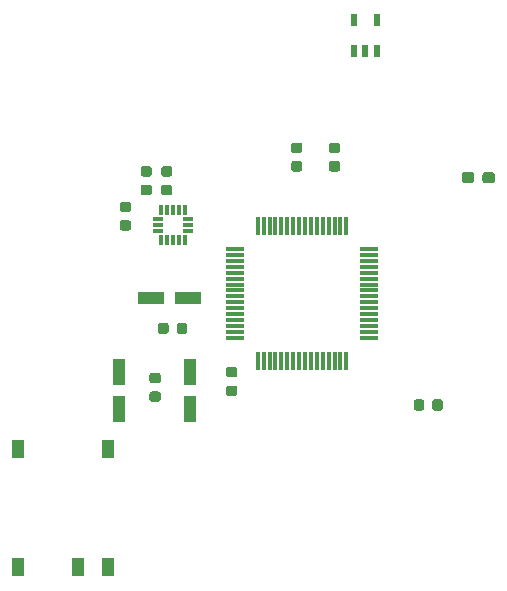
<source format=gbr>
G04 #@! TF.GenerationSoftware,KiCad,Pcbnew,(5.1.5)-3*
G04 #@! TF.CreationDate,2020-04-30T20:14:28+02:00*
G04 #@! TF.ProjectId,5-pointed-Star,352d706f-696e-4746-9564-2d537461722e,rev?*
G04 #@! TF.SameCoordinates,Original*
G04 #@! TF.FileFunction,Paste,Bot*
G04 #@! TF.FilePolarity,Positive*
%FSLAX46Y46*%
G04 Gerber Fmt 4.6, Leading zero omitted, Abs format (unit mm)*
G04 Created by KiCad (PCBNEW (5.1.5)-3) date 2020-04-30 20:14:28*
%MOMM*%
%LPD*%
G04 APERTURE LIST*
%ADD10R,0.300000X0.813000*%
%ADD11R,0.813000X0.300000*%
%ADD12C,0.100000*%
%ADD13R,1.500000X0.300000*%
%ADD14R,0.300000X1.500000*%
%ADD15R,1.000000X2.200000*%
%ADD16R,2.200000X1.000000*%
%ADD17R,0.600000X1.100000*%
%ADD18R,1.000000X1.600000*%
G04 APERTURE END LIST*
D10*
X199940000Y-129425000D03*
X199440000Y-129425000D03*
X198940000Y-129425000D03*
X198440000Y-129425000D03*
X197940000Y-129425000D03*
D11*
X200215000Y-128650000D03*
X200215000Y-128150000D03*
X200215000Y-127650000D03*
X197670000Y-128650000D03*
X197670000Y-128150000D03*
X197670000Y-127650000D03*
D10*
X197940000Y-126870000D03*
X198440000Y-126870000D03*
X198940000Y-126870000D03*
X199440000Y-126870000D03*
X199940000Y-126870000D03*
D12*
G36*
X220030191Y-142916053D02*
G01*
X220051426Y-142919203D01*
X220072250Y-142924419D01*
X220092462Y-142931651D01*
X220111868Y-142940830D01*
X220130281Y-142951866D01*
X220147524Y-142964654D01*
X220163430Y-142979070D01*
X220177846Y-142994976D01*
X220190634Y-143012219D01*
X220201670Y-143030632D01*
X220210849Y-143050038D01*
X220218081Y-143070250D01*
X220223297Y-143091074D01*
X220226447Y-143112309D01*
X220227500Y-143133750D01*
X220227500Y-143646250D01*
X220226447Y-143667691D01*
X220223297Y-143688926D01*
X220218081Y-143709750D01*
X220210849Y-143729962D01*
X220201670Y-143749368D01*
X220190634Y-143767781D01*
X220177846Y-143785024D01*
X220163430Y-143800930D01*
X220147524Y-143815346D01*
X220130281Y-143828134D01*
X220111868Y-143839170D01*
X220092462Y-143848349D01*
X220072250Y-143855581D01*
X220051426Y-143860797D01*
X220030191Y-143863947D01*
X220008750Y-143865000D01*
X219571250Y-143865000D01*
X219549809Y-143863947D01*
X219528574Y-143860797D01*
X219507750Y-143855581D01*
X219487538Y-143848349D01*
X219468132Y-143839170D01*
X219449719Y-143828134D01*
X219432476Y-143815346D01*
X219416570Y-143800930D01*
X219402154Y-143785024D01*
X219389366Y-143767781D01*
X219378330Y-143749368D01*
X219369151Y-143729962D01*
X219361919Y-143709750D01*
X219356703Y-143688926D01*
X219353553Y-143667691D01*
X219352500Y-143646250D01*
X219352500Y-143133750D01*
X219353553Y-143112309D01*
X219356703Y-143091074D01*
X219361919Y-143070250D01*
X219369151Y-143050038D01*
X219378330Y-143030632D01*
X219389366Y-143012219D01*
X219402154Y-142994976D01*
X219416570Y-142979070D01*
X219432476Y-142964654D01*
X219449719Y-142951866D01*
X219468132Y-142940830D01*
X219487538Y-142931651D01*
X219507750Y-142924419D01*
X219528574Y-142919203D01*
X219549809Y-142916053D01*
X219571250Y-142915000D01*
X220008750Y-142915000D01*
X220030191Y-142916053D01*
G37*
G36*
X221605191Y-142916053D02*
G01*
X221626426Y-142919203D01*
X221647250Y-142924419D01*
X221667462Y-142931651D01*
X221686868Y-142940830D01*
X221705281Y-142951866D01*
X221722524Y-142964654D01*
X221738430Y-142979070D01*
X221752846Y-142994976D01*
X221765634Y-143012219D01*
X221776670Y-143030632D01*
X221785849Y-143050038D01*
X221793081Y-143070250D01*
X221798297Y-143091074D01*
X221801447Y-143112309D01*
X221802500Y-143133750D01*
X221802500Y-143646250D01*
X221801447Y-143667691D01*
X221798297Y-143688926D01*
X221793081Y-143709750D01*
X221785849Y-143729962D01*
X221776670Y-143749368D01*
X221765634Y-143767781D01*
X221752846Y-143785024D01*
X221738430Y-143800930D01*
X221722524Y-143815346D01*
X221705281Y-143828134D01*
X221686868Y-143839170D01*
X221667462Y-143848349D01*
X221647250Y-143855581D01*
X221626426Y-143860797D01*
X221605191Y-143863947D01*
X221583750Y-143865000D01*
X221146250Y-143865000D01*
X221124809Y-143863947D01*
X221103574Y-143860797D01*
X221082750Y-143855581D01*
X221062538Y-143848349D01*
X221043132Y-143839170D01*
X221024719Y-143828134D01*
X221007476Y-143815346D01*
X220991570Y-143800930D01*
X220977154Y-143785024D01*
X220964366Y-143767781D01*
X220953330Y-143749368D01*
X220944151Y-143729962D01*
X220936919Y-143709750D01*
X220931703Y-143688926D01*
X220928553Y-143667691D01*
X220927500Y-143646250D01*
X220927500Y-143133750D01*
X220928553Y-143112309D01*
X220931703Y-143091074D01*
X220936919Y-143070250D01*
X220944151Y-143050038D01*
X220953330Y-143030632D01*
X220964366Y-143012219D01*
X220977154Y-142994976D01*
X220991570Y-142979070D01*
X221007476Y-142964654D01*
X221024719Y-142951866D01*
X221043132Y-142940830D01*
X221062538Y-142931651D01*
X221082750Y-142924419D01*
X221103574Y-142919203D01*
X221124809Y-142916053D01*
X221146250Y-142915000D01*
X221583750Y-142915000D01*
X221605191Y-142916053D01*
G37*
G36*
X197717691Y-142251053D02*
G01*
X197738926Y-142254203D01*
X197759750Y-142259419D01*
X197779962Y-142266651D01*
X197799368Y-142275830D01*
X197817781Y-142286866D01*
X197835024Y-142299654D01*
X197850930Y-142314070D01*
X197865346Y-142329976D01*
X197878134Y-142347219D01*
X197889170Y-142365632D01*
X197898349Y-142385038D01*
X197905581Y-142405250D01*
X197910797Y-142426074D01*
X197913947Y-142447309D01*
X197915000Y-142468750D01*
X197915000Y-142906250D01*
X197913947Y-142927691D01*
X197910797Y-142948926D01*
X197905581Y-142969750D01*
X197898349Y-142989962D01*
X197889170Y-143009368D01*
X197878134Y-143027781D01*
X197865346Y-143045024D01*
X197850930Y-143060930D01*
X197835024Y-143075346D01*
X197817781Y-143088134D01*
X197799368Y-143099170D01*
X197779962Y-143108349D01*
X197759750Y-143115581D01*
X197738926Y-143120797D01*
X197717691Y-143123947D01*
X197696250Y-143125000D01*
X197183750Y-143125000D01*
X197162309Y-143123947D01*
X197141074Y-143120797D01*
X197120250Y-143115581D01*
X197100038Y-143108349D01*
X197080632Y-143099170D01*
X197062219Y-143088134D01*
X197044976Y-143075346D01*
X197029070Y-143060930D01*
X197014654Y-143045024D01*
X197001866Y-143027781D01*
X196990830Y-143009368D01*
X196981651Y-142989962D01*
X196974419Y-142969750D01*
X196969203Y-142948926D01*
X196966053Y-142927691D01*
X196965000Y-142906250D01*
X196965000Y-142468750D01*
X196966053Y-142447309D01*
X196969203Y-142426074D01*
X196974419Y-142405250D01*
X196981651Y-142385038D01*
X196990830Y-142365632D01*
X197001866Y-142347219D01*
X197014654Y-142329976D01*
X197029070Y-142314070D01*
X197044976Y-142299654D01*
X197062219Y-142286866D01*
X197080632Y-142275830D01*
X197100038Y-142266651D01*
X197120250Y-142259419D01*
X197141074Y-142254203D01*
X197162309Y-142251053D01*
X197183750Y-142250000D01*
X197696250Y-142250000D01*
X197717691Y-142251053D01*
G37*
G36*
X197717691Y-140676053D02*
G01*
X197738926Y-140679203D01*
X197759750Y-140684419D01*
X197779962Y-140691651D01*
X197799368Y-140700830D01*
X197817781Y-140711866D01*
X197835024Y-140724654D01*
X197850930Y-140739070D01*
X197865346Y-140754976D01*
X197878134Y-140772219D01*
X197889170Y-140790632D01*
X197898349Y-140810038D01*
X197905581Y-140830250D01*
X197910797Y-140851074D01*
X197913947Y-140872309D01*
X197915000Y-140893750D01*
X197915000Y-141331250D01*
X197913947Y-141352691D01*
X197910797Y-141373926D01*
X197905581Y-141394750D01*
X197898349Y-141414962D01*
X197889170Y-141434368D01*
X197878134Y-141452781D01*
X197865346Y-141470024D01*
X197850930Y-141485930D01*
X197835024Y-141500346D01*
X197817781Y-141513134D01*
X197799368Y-141524170D01*
X197779962Y-141533349D01*
X197759750Y-141540581D01*
X197738926Y-141545797D01*
X197717691Y-141548947D01*
X197696250Y-141550000D01*
X197183750Y-141550000D01*
X197162309Y-141548947D01*
X197141074Y-141545797D01*
X197120250Y-141540581D01*
X197100038Y-141533349D01*
X197080632Y-141524170D01*
X197062219Y-141513134D01*
X197044976Y-141500346D01*
X197029070Y-141485930D01*
X197014654Y-141470024D01*
X197001866Y-141452781D01*
X196990830Y-141434368D01*
X196981651Y-141414962D01*
X196974419Y-141394750D01*
X196969203Y-141373926D01*
X196966053Y-141352691D01*
X196965000Y-141331250D01*
X196965000Y-140893750D01*
X196966053Y-140872309D01*
X196969203Y-140851074D01*
X196974419Y-140830250D01*
X196981651Y-140810038D01*
X196990830Y-140790632D01*
X197001866Y-140772219D01*
X197014654Y-140754976D01*
X197029070Y-140739070D01*
X197044976Y-140724654D01*
X197062219Y-140711866D01*
X197080632Y-140700830D01*
X197100038Y-140691651D01*
X197120250Y-140684419D01*
X197141074Y-140679203D01*
X197162309Y-140676053D01*
X197183750Y-140675000D01*
X197696250Y-140675000D01*
X197717691Y-140676053D01*
G37*
G36*
X204217691Y-140176053D02*
G01*
X204238926Y-140179203D01*
X204259750Y-140184419D01*
X204279962Y-140191651D01*
X204299368Y-140200830D01*
X204317781Y-140211866D01*
X204335024Y-140224654D01*
X204350930Y-140239070D01*
X204365346Y-140254976D01*
X204378134Y-140272219D01*
X204389170Y-140290632D01*
X204398349Y-140310038D01*
X204405581Y-140330250D01*
X204410797Y-140351074D01*
X204413947Y-140372309D01*
X204415000Y-140393750D01*
X204415000Y-140831250D01*
X204413947Y-140852691D01*
X204410797Y-140873926D01*
X204405581Y-140894750D01*
X204398349Y-140914962D01*
X204389170Y-140934368D01*
X204378134Y-140952781D01*
X204365346Y-140970024D01*
X204350930Y-140985930D01*
X204335024Y-141000346D01*
X204317781Y-141013134D01*
X204299368Y-141024170D01*
X204279962Y-141033349D01*
X204259750Y-141040581D01*
X204238926Y-141045797D01*
X204217691Y-141048947D01*
X204196250Y-141050000D01*
X203683750Y-141050000D01*
X203662309Y-141048947D01*
X203641074Y-141045797D01*
X203620250Y-141040581D01*
X203600038Y-141033349D01*
X203580632Y-141024170D01*
X203562219Y-141013134D01*
X203544976Y-141000346D01*
X203529070Y-140985930D01*
X203514654Y-140970024D01*
X203501866Y-140952781D01*
X203490830Y-140934368D01*
X203481651Y-140914962D01*
X203474419Y-140894750D01*
X203469203Y-140873926D01*
X203466053Y-140852691D01*
X203465000Y-140831250D01*
X203465000Y-140393750D01*
X203466053Y-140372309D01*
X203469203Y-140351074D01*
X203474419Y-140330250D01*
X203481651Y-140310038D01*
X203490830Y-140290632D01*
X203501866Y-140272219D01*
X203514654Y-140254976D01*
X203529070Y-140239070D01*
X203544976Y-140224654D01*
X203562219Y-140211866D01*
X203580632Y-140200830D01*
X203600038Y-140191651D01*
X203620250Y-140184419D01*
X203641074Y-140179203D01*
X203662309Y-140176053D01*
X203683750Y-140175000D01*
X204196250Y-140175000D01*
X204217691Y-140176053D01*
G37*
G36*
X204217691Y-141751053D02*
G01*
X204238926Y-141754203D01*
X204259750Y-141759419D01*
X204279962Y-141766651D01*
X204299368Y-141775830D01*
X204317781Y-141786866D01*
X204335024Y-141799654D01*
X204350930Y-141814070D01*
X204365346Y-141829976D01*
X204378134Y-141847219D01*
X204389170Y-141865632D01*
X204398349Y-141885038D01*
X204405581Y-141905250D01*
X204410797Y-141926074D01*
X204413947Y-141947309D01*
X204415000Y-141968750D01*
X204415000Y-142406250D01*
X204413947Y-142427691D01*
X204410797Y-142448926D01*
X204405581Y-142469750D01*
X204398349Y-142489962D01*
X204389170Y-142509368D01*
X204378134Y-142527781D01*
X204365346Y-142545024D01*
X204350930Y-142560930D01*
X204335024Y-142575346D01*
X204317781Y-142588134D01*
X204299368Y-142599170D01*
X204279962Y-142608349D01*
X204259750Y-142615581D01*
X204238926Y-142620797D01*
X204217691Y-142623947D01*
X204196250Y-142625000D01*
X203683750Y-142625000D01*
X203662309Y-142623947D01*
X203641074Y-142620797D01*
X203620250Y-142615581D01*
X203600038Y-142608349D01*
X203580632Y-142599170D01*
X203562219Y-142588134D01*
X203544976Y-142575346D01*
X203529070Y-142560930D01*
X203514654Y-142545024D01*
X203501866Y-142527781D01*
X203490830Y-142509368D01*
X203481651Y-142489962D01*
X203474419Y-142469750D01*
X203469203Y-142448926D01*
X203466053Y-142427691D01*
X203465000Y-142406250D01*
X203465000Y-141968750D01*
X203466053Y-141947309D01*
X203469203Y-141926074D01*
X203474419Y-141905250D01*
X203481651Y-141885038D01*
X203490830Y-141865632D01*
X203501866Y-141847219D01*
X203514654Y-141829976D01*
X203529070Y-141814070D01*
X203544976Y-141799654D01*
X203562219Y-141786866D01*
X203580632Y-141775830D01*
X203600038Y-141766651D01*
X203620250Y-141759419D01*
X203641074Y-141754203D01*
X203662309Y-141751053D01*
X203683750Y-141750000D01*
X204196250Y-141750000D01*
X204217691Y-141751053D01*
G37*
G36*
X198392691Y-136426053D02*
G01*
X198413926Y-136429203D01*
X198434750Y-136434419D01*
X198454962Y-136441651D01*
X198474368Y-136450830D01*
X198492781Y-136461866D01*
X198510024Y-136474654D01*
X198525930Y-136489070D01*
X198540346Y-136504976D01*
X198553134Y-136522219D01*
X198564170Y-136540632D01*
X198573349Y-136560038D01*
X198580581Y-136580250D01*
X198585797Y-136601074D01*
X198588947Y-136622309D01*
X198590000Y-136643750D01*
X198590000Y-137156250D01*
X198588947Y-137177691D01*
X198585797Y-137198926D01*
X198580581Y-137219750D01*
X198573349Y-137239962D01*
X198564170Y-137259368D01*
X198553134Y-137277781D01*
X198540346Y-137295024D01*
X198525930Y-137310930D01*
X198510024Y-137325346D01*
X198492781Y-137338134D01*
X198474368Y-137349170D01*
X198454962Y-137358349D01*
X198434750Y-137365581D01*
X198413926Y-137370797D01*
X198392691Y-137373947D01*
X198371250Y-137375000D01*
X197933750Y-137375000D01*
X197912309Y-137373947D01*
X197891074Y-137370797D01*
X197870250Y-137365581D01*
X197850038Y-137358349D01*
X197830632Y-137349170D01*
X197812219Y-137338134D01*
X197794976Y-137325346D01*
X197779070Y-137310930D01*
X197764654Y-137295024D01*
X197751866Y-137277781D01*
X197740830Y-137259368D01*
X197731651Y-137239962D01*
X197724419Y-137219750D01*
X197719203Y-137198926D01*
X197716053Y-137177691D01*
X197715000Y-137156250D01*
X197715000Y-136643750D01*
X197716053Y-136622309D01*
X197719203Y-136601074D01*
X197724419Y-136580250D01*
X197731651Y-136560038D01*
X197740830Y-136540632D01*
X197751866Y-136522219D01*
X197764654Y-136504976D01*
X197779070Y-136489070D01*
X197794976Y-136474654D01*
X197812219Y-136461866D01*
X197830632Y-136450830D01*
X197850038Y-136441651D01*
X197870250Y-136434419D01*
X197891074Y-136429203D01*
X197912309Y-136426053D01*
X197933750Y-136425000D01*
X198371250Y-136425000D01*
X198392691Y-136426053D01*
G37*
G36*
X199967691Y-136426053D02*
G01*
X199988926Y-136429203D01*
X200009750Y-136434419D01*
X200029962Y-136441651D01*
X200049368Y-136450830D01*
X200067781Y-136461866D01*
X200085024Y-136474654D01*
X200100930Y-136489070D01*
X200115346Y-136504976D01*
X200128134Y-136522219D01*
X200139170Y-136540632D01*
X200148349Y-136560038D01*
X200155581Y-136580250D01*
X200160797Y-136601074D01*
X200163947Y-136622309D01*
X200165000Y-136643750D01*
X200165000Y-137156250D01*
X200163947Y-137177691D01*
X200160797Y-137198926D01*
X200155581Y-137219750D01*
X200148349Y-137239962D01*
X200139170Y-137259368D01*
X200128134Y-137277781D01*
X200115346Y-137295024D01*
X200100930Y-137310930D01*
X200085024Y-137325346D01*
X200067781Y-137338134D01*
X200049368Y-137349170D01*
X200029962Y-137358349D01*
X200009750Y-137365581D01*
X199988926Y-137370797D01*
X199967691Y-137373947D01*
X199946250Y-137375000D01*
X199508750Y-137375000D01*
X199487309Y-137373947D01*
X199466074Y-137370797D01*
X199445250Y-137365581D01*
X199425038Y-137358349D01*
X199405632Y-137349170D01*
X199387219Y-137338134D01*
X199369976Y-137325346D01*
X199354070Y-137310930D01*
X199339654Y-137295024D01*
X199326866Y-137277781D01*
X199315830Y-137259368D01*
X199306651Y-137239962D01*
X199299419Y-137219750D01*
X199294203Y-137198926D01*
X199291053Y-137177691D01*
X199290000Y-137156250D01*
X199290000Y-136643750D01*
X199291053Y-136622309D01*
X199294203Y-136601074D01*
X199299419Y-136580250D01*
X199306651Y-136560038D01*
X199315830Y-136540632D01*
X199326866Y-136522219D01*
X199339654Y-136504976D01*
X199354070Y-136489070D01*
X199369976Y-136474654D01*
X199387219Y-136461866D01*
X199405632Y-136450830D01*
X199425038Y-136441651D01*
X199445250Y-136434419D01*
X199466074Y-136429203D01*
X199487309Y-136426053D01*
X199508750Y-136425000D01*
X199946250Y-136425000D01*
X199967691Y-136426053D01*
G37*
G36*
X198717691Y-123176053D02*
G01*
X198738926Y-123179203D01*
X198759750Y-123184419D01*
X198779962Y-123191651D01*
X198799368Y-123200830D01*
X198817781Y-123211866D01*
X198835024Y-123224654D01*
X198850930Y-123239070D01*
X198865346Y-123254976D01*
X198878134Y-123272219D01*
X198889170Y-123290632D01*
X198898349Y-123310038D01*
X198905581Y-123330250D01*
X198910797Y-123351074D01*
X198913947Y-123372309D01*
X198915000Y-123393750D01*
X198915000Y-123831250D01*
X198913947Y-123852691D01*
X198910797Y-123873926D01*
X198905581Y-123894750D01*
X198898349Y-123914962D01*
X198889170Y-123934368D01*
X198878134Y-123952781D01*
X198865346Y-123970024D01*
X198850930Y-123985930D01*
X198835024Y-124000346D01*
X198817781Y-124013134D01*
X198799368Y-124024170D01*
X198779962Y-124033349D01*
X198759750Y-124040581D01*
X198738926Y-124045797D01*
X198717691Y-124048947D01*
X198696250Y-124050000D01*
X198183750Y-124050000D01*
X198162309Y-124048947D01*
X198141074Y-124045797D01*
X198120250Y-124040581D01*
X198100038Y-124033349D01*
X198080632Y-124024170D01*
X198062219Y-124013134D01*
X198044976Y-124000346D01*
X198029070Y-123985930D01*
X198014654Y-123970024D01*
X198001866Y-123952781D01*
X197990830Y-123934368D01*
X197981651Y-123914962D01*
X197974419Y-123894750D01*
X197969203Y-123873926D01*
X197966053Y-123852691D01*
X197965000Y-123831250D01*
X197965000Y-123393750D01*
X197966053Y-123372309D01*
X197969203Y-123351074D01*
X197974419Y-123330250D01*
X197981651Y-123310038D01*
X197990830Y-123290632D01*
X198001866Y-123272219D01*
X198014654Y-123254976D01*
X198029070Y-123239070D01*
X198044976Y-123224654D01*
X198062219Y-123211866D01*
X198080632Y-123200830D01*
X198100038Y-123191651D01*
X198120250Y-123184419D01*
X198141074Y-123179203D01*
X198162309Y-123176053D01*
X198183750Y-123175000D01*
X198696250Y-123175000D01*
X198717691Y-123176053D01*
G37*
G36*
X198717691Y-124751053D02*
G01*
X198738926Y-124754203D01*
X198759750Y-124759419D01*
X198779962Y-124766651D01*
X198799368Y-124775830D01*
X198817781Y-124786866D01*
X198835024Y-124799654D01*
X198850930Y-124814070D01*
X198865346Y-124829976D01*
X198878134Y-124847219D01*
X198889170Y-124865632D01*
X198898349Y-124885038D01*
X198905581Y-124905250D01*
X198910797Y-124926074D01*
X198913947Y-124947309D01*
X198915000Y-124968750D01*
X198915000Y-125406250D01*
X198913947Y-125427691D01*
X198910797Y-125448926D01*
X198905581Y-125469750D01*
X198898349Y-125489962D01*
X198889170Y-125509368D01*
X198878134Y-125527781D01*
X198865346Y-125545024D01*
X198850930Y-125560930D01*
X198835024Y-125575346D01*
X198817781Y-125588134D01*
X198799368Y-125599170D01*
X198779962Y-125608349D01*
X198759750Y-125615581D01*
X198738926Y-125620797D01*
X198717691Y-125623947D01*
X198696250Y-125625000D01*
X198183750Y-125625000D01*
X198162309Y-125623947D01*
X198141074Y-125620797D01*
X198120250Y-125615581D01*
X198100038Y-125608349D01*
X198080632Y-125599170D01*
X198062219Y-125588134D01*
X198044976Y-125575346D01*
X198029070Y-125560930D01*
X198014654Y-125545024D01*
X198001866Y-125527781D01*
X197990830Y-125509368D01*
X197981651Y-125489962D01*
X197974419Y-125469750D01*
X197969203Y-125448926D01*
X197966053Y-125427691D01*
X197965000Y-125406250D01*
X197965000Y-124968750D01*
X197966053Y-124947309D01*
X197969203Y-124926074D01*
X197974419Y-124905250D01*
X197981651Y-124885038D01*
X197990830Y-124865632D01*
X198001866Y-124847219D01*
X198014654Y-124829976D01*
X198029070Y-124814070D01*
X198044976Y-124799654D01*
X198062219Y-124786866D01*
X198080632Y-124775830D01*
X198100038Y-124766651D01*
X198120250Y-124759419D01*
X198141074Y-124754203D01*
X198162309Y-124751053D01*
X198183750Y-124750000D01*
X198696250Y-124750000D01*
X198717691Y-124751053D01*
G37*
G36*
X196967691Y-123176053D02*
G01*
X196988926Y-123179203D01*
X197009750Y-123184419D01*
X197029962Y-123191651D01*
X197049368Y-123200830D01*
X197067781Y-123211866D01*
X197085024Y-123224654D01*
X197100930Y-123239070D01*
X197115346Y-123254976D01*
X197128134Y-123272219D01*
X197139170Y-123290632D01*
X197148349Y-123310038D01*
X197155581Y-123330250D01*
X197160797Y-123351074D01*
X197163947Y-123372309D01*
X197165000Y-123393750D01*
X197165000Y-123831250D01*
X197163947Y-123852691D01*
X197160797Y-123873926D01*
X197155581Y-123894750D01*
X197148349Y-123914962D01*
X197139170Y-123934368D01*
X197128134Y-123952781D01*
X197115346Y-123970024D01*
X197100930Y-123985930D01*
X197085024Y-124000346D01*
X197067781Y-124013134D01*
X197049368Y-124024170D01*
X197029962Y-124033349D01*
X197009750Y-124040581D01*
X196988926Y-124045797D01*
X196967691Y-124048947D01*
X196946250Y-124050000D01*
X196433750Y-124050000D01*
X196412309Y-124048947D01*
X196391074Y-124045797D01*
X196370250Y-124040581D01*
X196350038Y-124033349D01*
X196330632Y-124024170D01*
X196312219Y-124013134D01*
X196294976Y-124000346D01*
X196279070Y-123985930D01*
X196264654Y-123970024D01*
X196251866Y-123952781D01*
X196240830Y-123934368D01*
X196231651Y-123914962D01*
X196224419Y-123894750D01*
X196219203Y-123873926D01*
X196216053Y-123852691D01*
X196215000Y-123831250D01*
X196215000Y-123393750D01*
X196216053Y-123372309D01*
X196219203Y-123351074D01*
X196224419Y-123330250D01*
X196231651Y-123310038D01*
X196240830Y-123290632D01*
X196251866Y-123272219D01*
X196264654Y-123254976D01*
X196279070Y-123239070D01*
X196294976Y-123224654D01*
X196312219Y-123211866D01*
X196330632Y-123200830D01*
X196350038Y-123191651D01*
X196370250Y-123184419D01*
X196391074Y-123179203D01*
X196412309Y-123176053D01*
X196433750Y-123175000D01*
X196946250Y-123175000D01*
X196967691Y-123176053D01*
G37*
G36*
X196967691Y-124751053D02*
G01*
X196988926Y-124754203D01*
X197009750Y-124759419D01*
X197029962Y-124766651D01*
X197049368Y-124775830D01*
X197067781Y-124786866D01*
X197085024Y-124799654D01*
X197100930Y-124814070D01*
X197115346Y-124829976D01*
X197128134Y-124847219D01*
X197139170Y-124865632D01*
X197148349Y-124885038D01*
X197155581Y-124905250D01*
X197160797Y-124926074D01*
X197163947Y-124947309D01*
X197165000Y-124968750D01*
X197165000Y-125406250D01*
X197163947Y-125427691D01*
X197160797Y-125448926D01*
X197155581Y-125469750D01*
X197148349Y-125489962D01*
X197139170Y-125509368D01*
X197128134Y-125527781D01*
X197115346Y-125545024D01*
X197100930Y-125560930D01*
X197085024Y-125575346D01*
X197067781Y-125588134D01*
X197049368Y-125599170D01*
X197029962Y-125608349D01*
X197009750Y-125615581D01*
X196988926Y-125620797D01*
X196967691Y-125623947D01*
X196946250Y-125625000D01*
X196433750Y-125625000D01*
X196412309Y-125623947D01*
X196391074Y-125620797D01*
X196370250Y-125615581D01*
X196350038Y-125608349D01*
X196330632Y-125599170D01*
X196312219Y-125588134D01*
X196294976Y-125575346D01*
X196279070Y-125560930D01*
X196264654Y-125545024D01*
X196251866Y-125527781D01*
X196240830Y-125509368D01*
X196231651Y-125489962D01*
X196224419Y-125469750D01*
X196219203Y-125448926D01*
X196216053Y-125427691D01*
X196215000Y-125406250D01*
X196215000Y-124968750D01*
X196216053Y-124947309D01*
X196219203Y-124926074D01*
X196224419Y-124905250D01*
X196231651Y-124885038D01*
X196240830Y-124865632D01*
X196251866Y-124847219D01*
X196264654Y-124829976D01*
X196279070Y-124814070D01*
X196294976Y-124799654D01*
X196312219Y-124786866D01*
X196330632Y-124775830D01*
X196350038Y-124766651D01*
X196370250Y-124759419D01*
X196391074Y-124754203D01*
X196412309Y-124751053D01*
X196433750Y-124750000D01*
X196946250Y-124750000D01*
X196967691Y-124751053D01*
G37*
G36*
X195217691Y-126176053D02*
G01*
X195238926Y-126179203D01*
X195259750Y-126184419D01*
X195279962Y-126191651D01*
X195299368Y-126200830D01*
X195317781Y-126211866D01*
X195335024Y-126224654D01*
X195350930Y-126239070D01*
X195365346Y-126254976D01*
X195378134Y-126272219D01*
X195389170Y-126290632D01*
X195398349Y-126310038D01*
X195405581Y-126330250D01*
X195410797Y-126351074D01*
X195413947Y-126372309D01*
X195415000Y-126393750D01*
X195415000Y-126831250D01*
X195413947Y-126852691D01*
X195410797Y-126873926D01*
X195405581Y-126894750D01*
X195398349Y-126914962D01*
X195389170Y-126934368D01*
X195378134Y-126952781D01*
X195365346Y-126970024D01*
X195350930Y-126985930D01*
X195335024Y-127000346D01*
X195317781Y-127013134D01*
X195299368Y-127024170D01*
X195279962Y-127033349D01*
X195259750Y-127040581D01*
X195238926Y-127045797D01*
X195217691Y-127048947D01*
X195196250Y-127050000D01*
X194683750Y-127050000D01*
X194662309Y-127048947D01*
X194641074Y-127045797D01*
X194620250Y-127040581D01*
X194600038Y-127033349D01*
X194580632Y-127024170D01*
X194562219Y-127013134D01*
X194544976Y-127000346D01*
X194529070Y-126985930D01*
X194514654Y-126970024D01*
X194501866Y-126952781D01*
X194490830Y-126934368D01*
X194481651Y-126914962D01*
X194474419Y-126894750D01*
X194469203Y-126873926D01*
X194466053Y-126852691D01*
X194465000Y-126831250D01*
X194465000Y-126393750D01*
X194466053Y-126372309D01*
X194469203Y-126351074D01*
X194474419Y-126330250D01*
X194481651Y-126310038D01*
X194490830Y-126290632D01*
X194501866Y-126272219D01*
X194514654Y-126254976D01*
X194529070Y-126239070D01*
X194544976Y-126224654D01*
X194562219Y-126211866D01*
X194580632Y-126200830D01*
X194600038Y-126191651D01*
X194620250Y-126184419D01*
X194641074Y-126179203D01*
X194662309Y-126176053D01*
X194683750Y-126175000D01*
X195196250Y-126175000D01*
X195217691Y-126176053D01*
G37*
G36*
X195217691Y-127751053D02*
G01*
X195238926Y-127754203D01*
X195259750Y-127759419D01*
X195279962Y-127766651D01*
X195299368Y-127775830D01*
X195317781Y-127786866D01*
X195335024Y-127799654D01*
X195350930Y-127814070D01*
X195365346Y-127829976D01*
X195378134Y-127847219D01*
X195389170Y-127865632D01*
X195398349Y-127885038D01*
X195405581Y-127905250D01*
X195410797Y-127926074D01*
X195413947Y-127947309D01*
X195415000Y-127968750D01*
X195415000Y-128406250D01*
X195413947Y-128427691D01*
X195410797Y-128448926D01*
X195405581Y-128469750D01*
X195398349Y-128489962D01*
X195389170Y-128509368D01*
X195378134Y-128527781D01*
X195365346Y-128545024D01*
X195350930Y-128560930D01*
X195335024Y-128575346D01*
X195317781Y-128588134D01*
X195299368Y-128599170D01*
X195279962Y-128608349D01*
X195259750Y-128615581D01*
X195238926Y-128620797D01*
X195217691Y-128623947D01*
X195196250Y-128625000D01*
X194683750Y-128625000D01*
X194662309Y-128623947D01*
X194641074Y-128620797D01*
X194620250Y-128615581D01*
X194600038Y-128608349D01*
X194580632Y-128599170D01*
X194562219Y-128588134D01*
X194544976Y-128575346D01*
X194529070Y-128560930D01*
X194514654Y-128545024D01*
X194501866Y-128527781D01*
X194490830Y-128509368D01*
X194481651Y-128489962D01*
X194474419Y-128469750D01*
X194469203Y-128448926D01*
X194466053Y-128427691D01*
X194465000Y-128406250D01*
X194465000Y-127968750D01*
X194466053Y-127947309D01*
X194469203Y-127926074D01*
X194474419Y-127905250D01*
X194481651Y-127885038D01*
X194490830Y-127865632D01*
X194501866Y-127847219D01*
X194514654Y-127829976D01*
X194529070Y-127814070D01*
X194544976Y-127799654D01*
X194562219Y-127786866D01*
X194580632Y-127775830D01*
X194600038Y-127766651D01*
X194620250Y-127759419D01*
X194641074Y-127754203D01*
X194662309Y-127751053D01*
X194683750Y-127750000D01*
X195196250Y-127750000D01*
X195217691Y-127751053D01*
G37*
D13*
X204190000Y-137700000D03*
X204190000Y-137200000D03*
X204190000Y-136700000D03*
X204190000Y-136200000D03*
X204190000Y-135700000D03*
X204190000Y-135200000D03*
X204190000Y-134700000D03*
X204190000Y-134200000D03*
X204190000Y-133700000D03*
X204190000Y-133200000D03*
X204190000Y-132700000D03*
X204190000Y-132200000D03*
X204190000Y-131700000D03*
X204190000Y-131200000D03*
X204190000Y-130700000D03*
X204190000Y-130200000D03*
D14*
X206140000Y-128250000D03*
X206640000Y-128250000D03*
X207140000Y-128250000D03*
X207640000Y-128250000D03*
X208140000Y-128250000D03*
X208640000Y-128250000D03*
X209140000Y-128250000D03*
X209640000Y-128250000D03*
X210140000Y-128250000D03*
X210640000Y-128250000D03*
X211140000Y-128250000D03*
X211640000Y-128250000D03*
X212140000Y-128250000D03*
X212640000Y-128250000D03*
X213140000Y-128250000D03*
X213640000Y-128250000D03*
D13*
X215590000Y-130200000D03*
X215590000Y-130700000D03*
X215590000Y-131200000D03*
X215590000Y-131700000D03*
X215590000Y-132200000D03*
X215590000Y-132700000D03*
X215590000Y-133200000D03*
X215590000Y-133700000D03*
X215590000Y-134200000D03*
X215590000Y-134700000D03*
X215590000Y-135200000D03*
X215590000Y-135700000D03*
X215590000Y-136200000D03*
X215590000Y-136700000D03*
X215590000Y-137200000D03*
X215590000Y-137700000D03*
D14*
X213640000Y-139650000D03*
X213140000Y-139650000D03*
X212640000Y-139650000D03*
X212140000Y-139650000D03*
X211640000Y-139650000D03*
X211140000Y-139650000D03*
X210640000Y-139650000D03*
X210140000Y-139650000D03*
X209640000Y-139650000D03*
X209140000Y-139650000D03*
X208640000Y-139650000D03*
X208140000Y-139650000D03*
X207640000Y-139650000D03*
X207140000Y-139650000D03*
X206640000Y-139650000D03*
X206140000Y-139650000D03*
D15*
X200390000Y-143700000D03*
X200390000Y-140600000D03*
X194390000Y-143700000D03*
X194390000Y-140600000D03*
D16*
X197140000Y-134350000D03*
X200240000Y-134350000D03*
D17*
X216225000Y-110825000D03*
X214325700Y-110825000D03*
X214325000Y-113425000D03*
X215250000Y-113425000D03*
X216225000Y-113425000D03*
D18*
X185840000Y-147150000D03*
X193440000Y-147150000D03*
X185840000Y-157150000D03*
X190940000Y-157150000D03*
X193440000Y-157150000D03*
D12*
G36*
X226000779Y-123676144D02*
G01*
X226023834Y-123679563D01*
X226046443Y-123685227D01*
X226068387Y-123693079D01*
X226089457Y-123703044D01*
X226109448Y-123715026D01*
X226128168Y-123728910D01*
X226145438Y-123744562D01*
X226161090Y-123761832D01*
X226174974Y-123780552D01*
X226186956Y-123800543D01*
X226196921Y-123821613D01*
X226204773Y-123843557D01*
X226210437Y-123866166D01*
X226213856Y-123889221D01*
X226215000Y-123912500D01*
X226215000Y-124387500D01*
X226213856Y-124410779D01*
X226210437Y-124433834D01*
X226204773Y-124456443D01*
X226196921Y-124478387D01*
X226186956Y-124499457D01*
X226174974Y-124519448D01*
X226161090Y-124538168D01*
X226145438Y-124555438D01*
X226128168Y-124571090D01*
X226109448Y-124584974D01*
X226089457Y-124596956D01*
X226068387Y-124606921D01*
X226046443Y-124614773D01*
X226023834Y-124620437D01*
X226000779Y-124623856D01*
X225977500Y-124625000D01*
X225402500Y-124625000D01*
X225379221Y-124623856D01*
X225356166Y-124620437D01*
X225333557Y-124614773D01*
X225311613Y-124606921D01*
X225290543Y-124596956D01*
X225270552Y-124584974D01*
X225251832Y-124571090D01*
X225234562Y-124555438D01*
X225218910Y-124538168D01*
X225205026Y-124519448D01*
X225193044Y-124499457D01*
X225183079Y-124478387D01*
X225175227Y-124456443D01*
X225169563Y-124433834D01*
X225166144Y-124410779D01*
X225165000Y-124387500D01*
X225165000Y-123912500D01*
X225166144Y-123889221D01*
X225169563Y-123866166D01*
X225175227Y-123843557D01*
X225183079Y-123821613D01*
X225193044Y-123800543D01*
X225205026Y-123780552D01*
X225218910Y-123761832D01*
X225234562Y-123744562D01*
X225251832Y-123728910D01*
X225270552Y-123715026D01*
X225290543Y-123703044D01*
X225311613Y-123693079D01*
X225333557Y-123685227D01*
X225356166Y-123679563D01*
X225379221Y-123676144D01*
X225402500Y-123675000D01*
X225977500Y-123675000D01*
X226000779Y-123676144D01*
G37*
G36*
X224250779Y-123676144D02*
G01*
X224273834Y-123679563D01*
X224296443Y-123685227D01*
X224318387Y-123693079D01*
X224339457Y-123703044D01*
X224359448Y-123715026D01*
X224378168Y-123728910D01*
X224395438Y-123744562D01*
X224411090Y-123761832D01*
X224424974Y-123780552D01*
X224436956Y-123800543D01*
X224446921Y-123821613D01*
X224454773Y-123843557D01*
X224460437Y-123866166D01*
X224463856Y-123889221D01*
X224465000Y-123912500D01*
X224465000Y-124387500D01*
X224463856Y-124410779D01*
X224460437Y-124433834D01*
X224454773Y-124456443D01*
X224446921Y-124478387D01*
X224436956Y-124499457D01*
X224424974Y-124519448D01*
X224411090Y-124538168D01*
X224395438Y-124555438D01*
X224378168Y-124571090D01*
X224359448Y-124584974D01*
X224339457Y-124596956D01*
X224318387Y-124606921D01*
X224296443Y-124614773D01*
X224273834Y-124620437D01*
X224250779Y-124623856D01*
X224227500Y-124625000D01*
X223652500Y-124625000D01*
X223629221Y-124623856D01*
X223606166Y-124620437D01*
X223583557Y-124614773D01*
X223561613Y-124606921D01*
X223540543Y-124596956D01*
X223520552Y-124584974D01*
X223501832Y-124571090D01*
X223484562Y-124555438D01*
X223468910Y-124538168D01*
X223455026Y-124519448D01*
X223443044Y-124499457D01*
X223433079Y-124478387D01*
X223425227Y-124456443D01*
X223419563Y-124433834D01*
X223416144Y-124410779D01*
X223415000Y-124387500D01*
X223415000Y-123912500D01*
X223416144Y-123889221D01*
X223419563Y-123866166D01*
X223425227Y-123843557D01*
X223433079Y-123821613D01*
X223443044Y-123800543D01*
X223455026Y-123780552D01*
X223468910Y-123761832D01*
X223484562Y-123744562D01*
X223501832Y-123728910D01*
X223520552Y-123715026D01*
X223540543Y-123703044D01*
X223561613Y-123693079D01*
X223583557Y-123685227D01*
X223606166Y-123679563D01*
X223629221Y-123676144D01*
X223652500Y-123675000D01*
X224227500Y-123675000D01*
X224250779Y-123676144D01*
G37*
G36*
X212917691Y-122751053D02*
G01*
X212938926Y-122754203D01*
X212959750Y-122759419D01*
X212979962Y-122766651D01*
X212999368Y-122775830D01*
X213017781Y-122786866D01*
X213035024Y-122799654D01*
X213050930Y-122814070D01*
X213065346Y-122829976D01*
X213078134Y-122847219D01*
X213089170Y-122865632D01*
X213098349Y-122885038D01*
X213105581Y-122905250D01*
X213110797Y-122926074D01*
X213113947Y-122947309D01*
X213115000Y-122968750D01*
X213115000Y-123406250D01*
X213113947Y-123427691D01*
X213110797Y-123448926D01*
X213105581Y-123469750D01*
X213098349Y-123489962D01*
X213089170Y-123509368D01*
X213078134Y-123527781D01*
X213065346Y-123545024D01*
X213050930Y-123560930D01*
X213035024Y-123575346D01*
X213017781Y-123588134D01*
X212999368Y-123599170D01*
X212979962Y-123608349D01*
X212959750Y-123615581D01*
X212938926Y-123620797D01*
X212917691Y-123623947D01*
X212896250Y-123625000D01*
X212383750Y-123625000D01*
X212362309Y-123623947D01*
X212341074Y-123620797D01*
X212320250Y-123615581D01*
X212300038Y-123608349D01*
X212280632Y-123599170D01*
X212262219Y-123588134D01*
X212244976Y-123575346D01*
X212229070Y-123560930D01*
X212214654Y-123545024D01*
X212201866Y-123527781D01*
X212190830Y-123509368D01*
X212181651Y-123489962D01*
X212174419Y-123469750D01*
X212169203Y-123448926D01*
X212166053Y-123427691D01*
X212165000Y-123406250D01*
X212165000Y-122968750D01*
X212166053Y-122947309D01*
X212169203Y-122926074D01*
X212174419Y-122905250D01*
X212181651Y-122885038D01*
X212190830Y-122865632D01*
X212201866Y-122847219D01*
X212214654Y-122829976D01*
X212229070Y-122814070D01*
X212244976Y-122799654D01*
X212262219Y-122786866D01*
X212280632Y-122775830D01*
X212300038Y-122766651D01*
X212320250Y-122759419D01*
X212341074Y-122754203D01*
X212362309Y-122751053D01*
X212383750Y-122750000D01*
X212896250Y-122750000D01*
X212917691Y-122751053D01*
G37*
G36*
X212917691Y-121176053D02*
G01*
X212938926Y-121179203D01*
X212959750Y-121184419D01*
X212979962Y-121191651D01*
X212999368Y-121200830D01*
X213017781Y-121211866D01*
X213035024Y-121224654D01*
X213050930Y-121239070D01*
X213065346Y-121254976D01*
X213078134Y-121272219D01*
X213089170Y-121290632D01*
X213098349Y-121310038D01*
X213105581Y-121330250D01*
X213110797Y-121351074D01*
X213113947Y-121372309D01*
X213115000Y-121393750D01*
X213115000Y-121831250D01*
X213113947Y-121852691D01*
X213110797Y-121873926D01*
X213105581Y-121894750D01*
X213098349Y-121914962D01*
X213089170Y-121934368D01*
X213078134Y-121952781D01*
X213065346Y-121970024D01*
X213050930Y-121985930D01*
X213035024Y-122000346D01*
X213017781Y-122013134D01*
X212999368Y-122024170D01*
X212979962Y-122033349D01*
X212959750Y-122040581D01*
X212938926Y-122045797D01*
X212917691Y-122048947D01*
X212896250Y-122050000D01*
X212383750Y-122050000D01*
X212362309Y-122048947D01*
X212341074Y-122045797D01*
X212320250Y-122040581D01*
X212300038Y-122033349D01*
X212280632Y-122024170D01*
X212262219Y-122013134D01*
X212244976Y-122000346D01*
X212229070Y-121985930D01*
X212214654Y-121970024D01*
X212201866Y-121952781D01*
X212190830Y-121934368D01*
X212181651Y-121914962D01*
X212174419Y-121894750D01*
X212169203Y-121873926D01*
X212166053Y-121852691D01*
X212165000Y-121831250D01*
X212165000Y-121393750D01*
X212166053Y-121372309D01*
X212169203Y-121351074D01*
X212174419Y-121330250D01*
X212181651Y-121310038D01*
X212190830Y-121290632D01*
X212201866Y-121272219D01*
X212214654Y-121254976D01*
X212229070Y-121239070D01*
X212244976Y-121224654D01*
X212262219Y-121211866D01*
X212280632Y-121200830D01*
X212300038Y-121191651D01*
X212320250Y-121184419D01*
X212341074Y-121179203D01*
X212362309Y-121176053D01*
X212383750Y-121175000D01*
X212896250Y-121175000D01*
X212917691Y-121176053D01*
G37*
G36*
X209717691Y-122751053D02*
G01*
X209738926Y-122754203D01*
X209759750Y-122759419D01*
X209779962Y-122766651D01*
X209799368Y-122775830D01*
X209817781Y-122786866D01*
X209835024Y-122799654D01*
X209850930Y-122814070D01*
X209865346Y-122829976D01*
X209878134Y-122847219D01*
X209889170Y-122865632D01*
X209898349Y-122885038D01*
X209905581Y-122905250D01*
X209910797Y-122926074D01*
X209913947Y-122947309D01*
X209915000Y-122968750D01*
X209915000Y-123406250D01*
X209913947Y-123427691D01*
X209910797Y-123448926D01*
X209905581Y-123469750D01*
X209898349Y-123489962D01*
X209889170Y-123509368D01*
X209878134Y-123527781D01*
X209865346Y-123545024D01*
X209850930Y-123560930D01*
X209835024Y-123575346D01*
X209817781Y-123588134D01*
X209799368Y-123599170D01*
X209779962Y-123608349D01*
X209759750Y-123615581D01*
X209738926Y-123620797D01*
X209717691Y-123623947D01*
X209696250Y-123625000D01*
X209183750Y-123625000D01*
X209162309Y-123623947D01*
X209141074Y-123620797D01*
X209120250Y-123615581D01*
X209100038Y-123608349D01*
X209080632Y-123599170D01*
X209062219Y-123588134D01*
X209044976Y-123575346D01*
X209029070Y-123560930D01*
X209014654Y-123545024D01*
X209001866Y-123527781D01*
X208990830Y-123509368D01*
X208981651Y-123489962D01*
X208974419Y-123469750D01*
X208969203Y-123448926D01*
X208966053Y-123427691D01*
X208965000Y-123406250D01*
X208965000Y-122968750D01*
X208966053Y-122947309D01*
X208969203Y-122926074D01*
X208974419Y-122905250D01*
X208981651Y-122885038D01*
X208990830Y-122865632D01*
X209001866Y-122847219D01*
X209014654Y-122829976D01*
X209029070Y-122814070D01*
X209044976Y-122799654D01*
X209062219Y-122786866D01*
X209080632Y-122775830D01*
X209100038Y-122766651D01*
X209120250Y-122759419D01*
X209141074Y-122754203D01*
X209162309Y-122751053D01*
X209183750Y-122750000D01*
X209696250Y-122750000D01*
X209717691Y-122751053D01*
G37*
G36*
X209717691Y-121176053D02*
G01*
X209738926Y-121179203D01*
X209759750Y-121184419D01*
X209779962Y-121191651D01*
X209799368Y-121200830D01*
X209817781Y-121211866D01*
X209835024Y-121224654D01*
X209850930Y-121239070D01*
X209865346Y-121254976D01*
X209878134Y-121272219D01*
X209889170Y-121290632D01*
X209898349Y-121310038D01*
X209905581Y-121330250D01*
X209910797Y-121351074D01*
X209913947Y-121372309D01*
X209915000Y-121393750D01*
X209915000Y-121831250D01*
X209913947Y-121852691D01*
X209910797Y-121873926D01*
X209905581Y-121894750D01*
X209898349Y-121914962D01*
X209889170Y-121934368D01*
X209878134Y-121952781D01*
X209865346Y-121970024D01*
X209850930Y-121985930D01*
X209835024Y-122000346D01*
X209817781Y-122013134D01*
X209799368Y-122024170D01*
X209779962Y-122033349D01*
X209759750Y-122040581D01*
X209738926Y-122045797D01*
X209717691Y-122048947D01*
X209696250Y-122050000D01*
X209183750Y-122050000D01*
X209162309Y-122048947D01*
X209141074Y-122045797D01*
X209120250Y-122040581D01*
X209100038Y-122033349D01*
X209080632Y-122024170D01*
X209062219Y-122013134D01*
X209044976Y-122000346D01*
X209029070Y-121985930D01*
X209014654Y-121970024D01*
X209001866Y-121952781D01*
X208990830Y-121934368D01*
X208981651Y-121914962D01*
X208974419Y-121894750D01*
X208969203Y-121873926D01*
X208966053Y-121852691D01*
X208965000Y-121831250D01*
X208965000Y-121393750D01*
X208966053Y-121372309D01*
X208969203Y-121351074D01*
X208974419Y-121330250D01*
X208981651Y-121310038D01*
X208990830Y-121290632D01*
X209001866Y-121272219D01*
X209014654Y-121254976D01*
X209029070Y-121239070D01*
X209044976Y-121224654D01*
X209062219Y-121211866D01*
X209080632Y-121200830D01*
X209100038Y-121191651D01*
X209120250Y-121184419D01*
X209141074Y-121179203D01*
X209162309Y-121176053D01*
X209183750Y-121175000D01*
X209696250Y-121175000D01*
X209717691Y-121176053D01*
G37*
M02*

</source>
